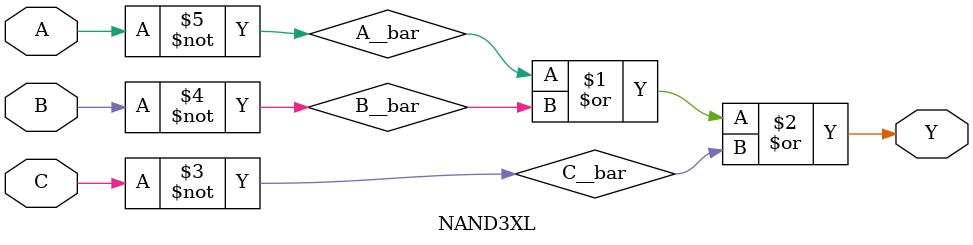
<source format=v>
`timescale 1ns/10ps
`celldefine
module NAND3XL (Y, A, B, C);
	output Y;
	input A, B, C;

	// Function
	wire A__bar, B__bar, C__bar;

	not (C__bar, C);
	not (B__bar, B);
	not (A__bar, A);
	or (Y, A__bar, B__bar, C__bar);

	// Timing
	specify
		(A => Y) = 0;
		(B => Y) = 0;
		(C => Y) = 0;
	endspecify
endmodule
`endcelldefine


</source>
